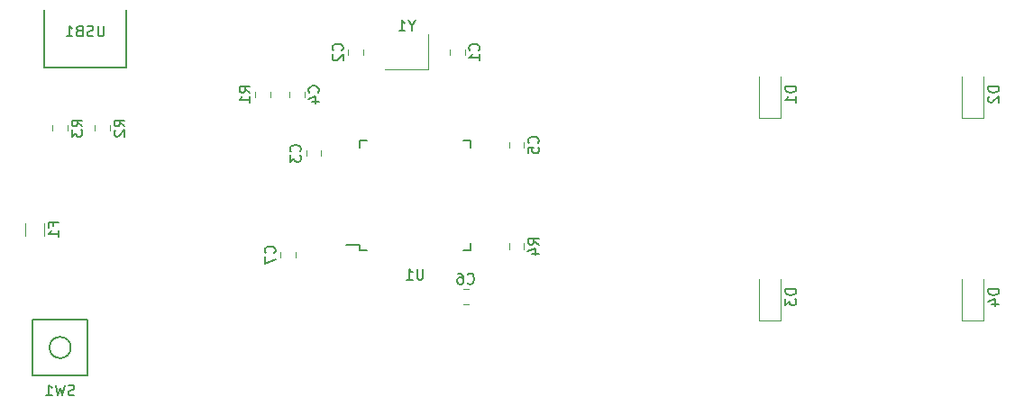
<source format=gbr>
G04 #@! TF.GenerationSoftware,KiCad,Pcbnew,(5.1.4-0-10_14)*
G04 #@! TF.CreationDate,2020-08-22T16:13:25+02:00*
G04 #@! TF.ProjectId,keyboard-pcb-tutorial,6b657962-6f61-4726-942d-7063622d7475,rev?*
G04 #@! TF.SameCoordinates,Original*
G04 #@! TF.FileFunction,Legend,Bot*
G04 #@! TF.FilePolarity,Positive*
%FSLAX46Y46*%
G04 Gerber Fmt 4.6, Leading zero omitted, Abs format (unit mm)*
G04 Created by KiCad (PCBNEW (5.1.4-0-10_14)) date 2020-08-22 16:13:25*
%MOMM*%
%LPD*%
G04 APERTURE LIST*
%ADD10C,0.120000*%
%ADD11C,0.150000*%
G04 APERTURE END LIST*
D10*
X175831250Y-134206250D02*
X171831250Y-134206250D01*
X175831250Y-130906250D02*
X175831250Y-134206250D01*
D11*
X139818750Y-128587500D02*
X139818750Y-134037500D01*
X147518750Y-128587500D02*
X147518750Y-134037500D01*
X139818750Y-134037500D02*
X147518750Y-134037500D01*
X169450000Y-150650000D02*
X168175000Y-150650000D01*
X179800000Y-151225000D02*
X179125000Y-151225000D01*
X179800000Y-140875000D02*
X179125000Y-140875000D01*
X169450000Y-140875000D02*
X170125000Y-140875000D01*
X169450000Y-151225000D02*
X170125000Y-151225000D01*
X169450000Y-140875000D02*
X169450000Y-141550000D01*
X179800000Y-140875000D02*
X179800000Y-141550000D01*
X179800000Y-151225000D02*
X179800000Y-150550000D01*
X169450000Y-151225000D02*
X169450000Y-150650000D01*
X143887500Y-157737500D02*
X138687500Y-157737500D01*
X138687500Y-157737500D02*
X138687500Y-162937500D01*
X138687500Y-162937500D02*
X143887500Y-162937500D01*
X143887500Y-162937500D02*
X143887500Y-157737500D01*
X142287500Y-160337500D02*
G75*
G03X142287500Y-160337500I-1000000J0D01*
G01*
D10*
X183440000Y-151071078D02*
X183440000Y-150553922D01*
X184860000Y-151071078D02*
X184860000Y-150553922D01*
X140577500Y-139958578D02*
X140577500Y-139441422D01*
X141997500Y-139958578D02*
X141997500Y-139441422D01*
X144546250Y-139958578D02*
X144546250Y-139441422D01*
X145966250Y-139958578D02*
X145966250Y-139441422D01*
X161047500Y-136266422D02*
X161047500Y-136783578D01*
X159627500Y-136266422D02*
X159627500Y-136783578D01*
X137996250Y-149827064D02*
X137996250Y-148622936D01*
X139816250Y-149827064D02*
X139816250Y-148622936D01*
X228012500Y-157825000D02*
X228012500Y-153925000D01*
X226012500Y-157825000D02*
X226012500Y-153925000D01*
X228012500Y-157825000D02*
X226012500Y-157825000D01*
X208962500Y-157825000D02*
X208962500Y-153925000D01*
X206962500Y-157825000D02*
X206962500Y-153925000D01*
X208962500Y-157825000D02*
X206962500Y-157825000D01*
X228012500Y-138775000D02*
X228012500Y-134875000D01*
X226012500Y-138775000D02*
X226012500Y-134875000D01*
X228012500Y-138775000D02*
X226012500Y-138775000D01*
X208962500Y-138775000D02*
X208962500Y-134875000D01*
X206962500Y-138775000D02*
X206962500Y-134875000D01*
X208962500Y-138775000D02*
X206962500Y-138775000D01*
X163428750Y-151347672D02*
X163428750Y-151864828D01*
X162008750Y-151347672D02*
X162008750Y-151864828D01*
X179646078Y-156285000D02*
X179128922Y-156285000D01*
X179646078Y-154865000D02*
X179128922Y-154865000D01*
X183440000Y-141546078D02*
X183440000Y-141028922D01*
X184860000Y-141546078D02*
X184860000Y-141028922D01*
X162802500Y-136783578D02*
X162802500Y-136266422D01*
X164222500Y-136783578D02*
X164222500Y-136266422D01*
X165810000Y-141822672D02*
X165810000Y-142339828D01*
X164390000Y-141822672D02*
X164390000Y-142339828D01*
X169778750Y-132297672D02*
X169778750Y-132814828D01*
X168358750Y-132297672D02*
X168358750Y-132814828D01*
X177883750Y-132814828D02*
X177883750Y-132297672D01*
X179303750Y-132814828D02*
X179303750Y-132297672D01*
D11*
X174307440Y-130082440D02*
X174307440Y-130558630D01*
X174640773Y-129558630D02*
X174307440Y-130082440D01*
X173974107Y-129558630D01*
X173116964Y-130558630D02*
X173688392Y-130558630D01*
X173402678Y-130558630D02*
X173402678Y-129558630D01*
X173497916Y-129701488D01*
X173593154Y-129796726D01*
X173688392Y-129844345D01*
X145406845Y-130071880D02*
X145406845Y-130881404D01*
X145359226Y-130976642D01*
X145311607Y-131024261D01*
X145216369Y-131071880D01*
X145025892Y-131071880D01*
X144930654Y-131024261D01*
X144883035Y-130976642D01*
X144835416Y-130881404D01*
X144835416Y-130071880D01*
X144406845Y-131024261D02*
X144263988Y-131071880D01*
X144025892Y-131071880D01*
X143930654Y-131024261D01*
X143883035Y-130976642D01*
X143835416Y-130881404D01*
X143835416Y-130786166D01*
X143883035Y-130690928D01*
X143930654Y-130643309D01*
X144025892Y-130595690D01*
X144216369Y-130548071D01*
X144311607Y-130500452D01*
X144359226Y-130452833D01*
X144406845Y-130357595D01*
X144406845Y-130262357D01*
X144359226Y-130167119D01*
X144311607Y-130119500D01*
X144216369Y-130071880D01*
X143978273Y-130071880D01*
X143835416Y-130119500D01*
X143073511Y-130548071D02*
X142930654Y-130595690D01*
X142883035Y-130643309D01*
X142835416Y-130738547D01*
X142835416Y-130881404D01*
X142883035Y-130976642D01*
X142930654Y-131024261D01*
X143025892Y-131071880D01*
X143406845Y-131071880D01*
X143406845Y-130071880D01*
X143073511Y-130071880D01*
X142978273Y-130119500D01*
X142930654Y-130167119D01*
X142883035Y-130262357D01*
X142883035Y-130357595D01*
X142930654Y-130452833D01*
X142978273Y-130500452D01*
X143073511Y-130548071D01*
X143406845Y-130548071D01*
X141883035Y-131071880D02*
X142454464Y-131071880D01*
X142168750Y-131071880D02*
X142168750Y-130071880D01*
X142263988Y-130214738D01*
X142359226Y-130309976D01*
X142454464Y-130357595D01*
X175386904Y-152952380D02*
X175386904Y-153761904D01*
X175339285Y-153857142D01*
X175291666Y-153904761D01*
X175196428Y-153952380D01*
X175005952Y-153952380D01*
X174910714Y-153904761D01*
X174863095Y-153857142D01*
X174815476Y-153761904D01*
X174815476Y-152952380D01*
X173815476Y-153952380D02*
X174386904Y-153952380D01*
X174101190Y-153952380D02*
X174101190Y-152952380D01*
X174196428Y-153095238D01*
X174291666Y-153190476D01*
X174386904Y-153238095D01*
X142620833Y-164806261D02*
X142477976Y-164853880D01*
X142239880Y-164853880D01*
X142144642Y-164806261D01*
X142097023Y-164758642D01*
X142049404Y-164663404D01*
X142049404Y-164568166D01*
X142097023Y-164472928D01*
X142144642Y-164425309D01*
X142239880Y-164377690D01*
X142430357Y-164330071D01*
X142525595Y-164282452D01*
X142573214Y-164234833D01*
X142620833Y-164139595D01*
X142620833Y-164044357D01*
X142573214Y-163949119D01*
X142525595Y-163901500D01*
X142430357Y-163853880D01*
X142192261Y-163853880D01*
X142049404Y-163901500D01*
X141716071Y-163853880D02*
X141477976Y-164853880D01*
X141287500Y-164139595D01*
X141097023Y-164853880D01*
X140858928Y-163853880D01*
X139954166Y-164853880D02*
X140525595Y-164853880D01*
X140239880Y-164853880D02*
X140239880Y-163853880D01*
X140335119Y-163996738D01*
X140430357Y-164091976D01*
X140525595Y-164139595D01*
X186252380Y-150645833D02*
X185776190Y-150312500D01*
X186252380Y-150074404D02*
X185252380Y-150074404D01*
X185252380Y-150455357D01*
X185300000Y-150550595D01*
X185347619Y-150598214D01*
X185442857Y-150645833D01*
X185585714Y-150645833D01*
X185680952Y-150598214D01*
X185728571Y-150550595D01*
X185776190Y-150455357D01*
X185776190Y-150074404D01*
X185585714Y-151502976D02*
X186252380Y-151502976D01*
X185204761Y-151264880D02*
X185919047Y-151026785D01*
X185919047Y-151645833D01*
X143389880Y-139533333D02*
X142913690Y-139200000D01*
X143389880Y-138961904D02*
X142389880Y-138961904D01*
X142389880Y-139342857D01*
X142437500Y-139438095D01*
X142485119Y-139485714D01*
X142580357Y-139533333D01*
X142723214Y-139533333D01*
X142818452Y-139485714D01*
X142866071Y-139438095D01*
X142913690Y-139342857D01*
X142913690Y-138961904D01*
X142389880Y-139866666D02*
X142389880Y-140485714D01*
X142770833Y-140152380D01*
X142770833Y-140295238D01*
X142818452Y-140390476D01*
X142866071Y-140438095D01*
X142961309Y-140485714D01*
X143199404Y-140485714D01*
X143294642Y-140438095D01*
X143342261Y-140390476D01*
X143389880Y-140295238D01*
X143389880Y-140009523D01*
X143342261Y-139914285D01*
X143294642Y-139866666D01*
X147358630Y-139533333D02*
X146882440Y-139200000D01*
X147358630Y-138961904D02*
X146358630Y-138961904D01*
X146358630Y-139342857D01*
X146406250Y-139438095D01*
X146453869Y-139485714D01*
X146549107Y-139533333D01*
X146691964Y-139533333D01*
X146787202Y-139485714D01*
X146834821Y-139438095D01*
X146882440Y-139342857D01*
X146882440Y-138961904D01*
X146453869Y-139914285D02*
X146406250Y-139961904D01*
X146358630Y-140057142D01*
X146358630Y-140295238D01*
X146406250Y-140390476D01*
X146453869Y-140438095D01*
X146549107Y-140485714D01*
X146644345Y-140485714D01*
X146787202Y-140438095D01*
X147358630Y-139866666D01*
X147358630Y-140485714D01*
X159139880Y-136358333D02*
X158663690Y-136025000D01*
X159139880Y-135786904D02*
X158139880Y-135786904D01*
X158139880Y-136167857D01*
X158187500Y-136263095D01*
X158235119Y-136310714D01*
X158330357Y-136358333D01*
X158473214Y-136358333D01*
X158568452Y-136310714D01*
X158616071Y-136263095D01*
X158663690Y-136167857D01*
X158663690Y-135786904D01*
X159139880Y-137310714D02*
X159139880Y-136739285D01*
X159139880Y-137025000D02*
X158139880Y-137025000D01*
X158282738Y-136929761D01*
X158377976Y-136834523D01*
X158425595Y-136739285D01*
X140654821Y-148891666D02*
X140654821Y-148558333D01*
X141178630Y-148558333D02*
X140178630Y-148558333D01*
X140178630Y-149034523D01*
X141178630Y-149939285D02*
X141178630Y-149367857D01*
X141178630Y-149653571D02*
X140178630Y-149653571D01*
X140321488Y-149558333D01*
X140416726Y-149463095D01*
X140464345Y-149367857D01*
X229464880Y-154836904D02*
X228464880Y-154836904D01*
X228464880Y-155075000D01*
X228512500Y-155217857D01*
X228607738Y-155313095D01*
X228702976Y-155360714D01*
X228893452Y-155408333D01*
X229036309Y-155408333D01*
X229226785Y-155360714D01*
X229322023Y-155313095D01*
X229417261Y-155217857D01*
X229464880Y-155075000D01*
X229464880Y-154836904D01*
X228798214Y-156265476D02*
X229464880Y-156265476D01*
X228417261Y-156027380D02*
X229131547Y-155789285D01*
X229131547Y-156408333D01*
X210414880Y-154836904D02*
X209414880Y-154836904D01*
X209414880Y-155075000D01*
X209462500Y-155217857D01*
X209557738Y-155313095D01*
X209652976Y-155360714D01*
X209843452Y-155408333D01*
X209986309Y-155408333D01*
X210176785Y-155360714D01*
X210272023Y-155313095D01*
X210367261Y-155217857D01*
X210414880Y-155075000D01*
X210414880Y-154836904D01*
X209414880Y-155741666D02*
X209414880Y-156360714D01*
X209795833Y-156027380D01*
X209795833Y-156170238D01*
X209843452Y-156265476D01*
X209891071Y-156313095D01*
X209986309Y-156360714D01*
X210224404Y-156360714D01*
X210319642Y-156313095D01*
X210367261Y-156265476D01*
X210414880Y-156170238D01*
X210414880Y-155884523D01*
X210367261Y-155789285D01*
X210319642Y-155741666D01*
X229464880Y-135786904D02*
X228464880Y-135786904D01*
X228464880Y-136025000D01*
X228512500Y-136167857D01*
X228607738Y-136263095D01*
X228702976Y-136310714D01*
X228893452Y-136358333D01*
X229036309Y-136358333D01*
X229226785Y-136310714D01*
X229322023Y-136263095D01*
X229417261Y-136167857D01*
X229464880Y-136025000D01*
X229464880Y-135786904D01*
X228560119Y-136739285D02*
X228512500Y-136786904D01*
X228464880Y-136882142D01*
X228464880Y-137120238D01*
X228512500Y-137215476D01*
X228560119Y-137263095D01*
X228655357Y-137310714D01*
X228750595Y-137310714D01*
X228893452Y-137263095D01*
X229464880Y-136691666D01*
X229464880Y-137310714D01*
X210414880Y-135786904D02*
X209414880Y-135786904D01*
X209414880Y-136025000D01*
X209462500Y-136167857D01*
X209557738Y-136263095D01*
X209652976Y-136310714D01*
X209843452Y-136358333D01*
X209986309Y-136358333D01*
X210176785Y-136310714D01*
X210272023Y-136263095D01*
X210367261Y-136167857D01*
X210414880Y-136025000D01*
X210414880Y-135786904D01*
X210414880Y-137310714D02*
X210414880Y-136739285D01*
X210414880Y-137025000D02*
X209414880Y-137025000D01*
X209557738Y-136929761D01*
X209652976Y-136834523D01*
X209700595Y-136739285D01*
X161425892Y-151439583D02*
X161473511Y-151391964D01*
X161521130Y-151249107D01*
X161521130Y-151153869D01*
X161473511Y-151011011D01*
X161378273Y-150915773D01*
X161283035Y-150868154D01*
X161092559Y-150820535D01*
X160949702Y-150820535D01*
X160759226Y-150868154D01*
X160663988Y-150915773D01*
X160568750Y-151011011D01*
X160521130Y-151153869D01*
X160521130Y-151249107D01*
X160568750Y-151391964D01*
X160616369Y-151439583D01*
X160521130Y-151772916D02*
X160521130Y-152439583D01*
X161521130Y-152011011D01*
X179554166Y-154282142D02*
X179601785Y-154329761D01*
X179744642Y-154377380D01*
X179839880Y-154377380D01*
X179982738Y-154329761D01*
X180077976Y-154234523D01*
X180125595Y-154139285D01*
X180173214Y-153948809D01*
X180173214Y-153805952D01*
X180125595Y-153615476D01*
X180077976Y-153520238D01*
X179982738Y-153425000D01*
X179839880Y-153377380D01*
X179744642Y-153377380D01*
X179601785Y-153425000D01*
X179554166Y-153472619D01*
X178697023Y-153377380D02*
X178887500Y-153377380D01*
X178982738Y-153425000D01*
X179030357Y-153472619D01*
X179125595Y-153615476D01*
X179173214Y-153805952D01*
X179173214Y-154186904D01*
X179125595Y-154282142D01*
X179077976Y-154329761D01*
X178982738Y-154377380D01*
X178792261Y-154377380D01*
X178697023Y-154329761D01*
X178649404Y-154282142D01*
X178601785Y-154186904D01*
X178601785Y-153948809D01*
X178649404Y-153853571D01*
X178697023Y-153805952D01*
X178792261Y-153758333D01*
X178982738Y-153758333D01*
X179077976Y-153805952D01*
X179125595Y-153853571D01*
X179173214Y-153948809D01*
X186157142Y-141120833D02*
X186204761Y-141073214D01*
X186252380Y-140930357D01*
X186252380Y-140835119D01*
X186204761Y-140692261D01*
X186109523Y-140597023D01*
X186014285Y-140549404D01*
X185823809Y-140501785D01*
X185680952Y-140501785D01*
X185490476Y-140549404D01*
X185395238Y-140597023D01*
X185300000Y-140692261D01*
X185252380Y-140835119D01*
X185252380Y-140930357D01*
X185300000Y-141073214D01*
X185347619Y-141120833D01*
X185252380Y-142025595D02*
X185252380Y-141549404D01*
X185728571Y-141501785D01*
X185680952Y-141549404D01*
X185633333Y-141644642D01*
X185633333Y-141882738D01*
X185680952Y-141977976D01*
X185728571Y-142025595D01*
X185823809Y-142073214D01*
X186061904Y-142073214D01*
X186157142Y-142025595D01*
X186204761Y-141977976D01*
X186252380Y-141882738D01*
X186252380Y-141644642D01*
X186204761Y-141549404D01*
X186157142Y-141501785D01*
X165519642Y-136358333D02*
X165567261Y-136310714D01*
X165614880Y-136167857D01*
X165614880Y-136072619D01*
X165567261Y-135929761D01*
X165472023Y-135834523D01*
X165376785Y-135786904D01*
X165186309Y-135739285D01*
X165043452Y-135739285D01*
X164852976Y-135786904D01*
X164757738Y-135834523D01*
X164662500Y-135929761D01*
X164614880Y-136072619D01*
X164614880Y-136167857D01*
X164662500Y-136310714D01*
X164710119Y-136358333D01*
X164948214Y-137215476D02*
X165614880Y-137215476D01*
X164567261Y-136977380D02*
X165281547Y-136739285D01*
X165281547Y-137358333D01*
X163807142Y-141914583D02*
X163854761Y-141866964D01*
X163902380Y-141724107D01*
X163902380Y-141628869D01*
X163854761Y-141486011D01*
X163759523Y-141390773D01*
X163664285Y-141343154D01*
X163473809Y-141295535D01*
X163330952Y-141295535D01*
X163140476Y-141343154D01*
X163045238Y-141390773D01*
X162950000Y-141486011D01*
X162902380Y-141628869D01*
X162902380Y-141724107D01*
X162950000Y-141866964D01*
X162997619Y-141914583D01*
X162902380Y-142247916D02*
X162902380Y-142866964D01*
X163283333Y-142533630D01*
X163283333Y-142676488D01*
X163330952Y-142771726D01*
X163378571Y-142819345D01*
X163473809Y-142866964D01*
X163711904Y-142866964D01*
X163807142Y-142819345D01*
X163854761Y-142771726D01*
X163902380Y-142676488D01*
X163902380Y-142390773D01*
X163854761Y-142295535D01*
X163807142Y-142247916D01*
X167775892Y-132389583D02*
X167823511Y-132341964D01*
X167871130Y-132199107D01*
X167871130Y-132103869D01*
X167823511Y-131961011D01*
X167728273Y-131865773D01*
X167633035Y-131818154D01*
X167442559Y-131770535D01*
X167299702Y-131770535D01*
X167109226Y-131818154D01*
X167013988Y-131865773D01*
X166918750Y-131961011D01*
X166871130Y-132103869D01*
X166871130Y-132199107D01*
X166918750Y-132341964D01*
X166966369Y-132389583D01*
X166966369Y-132770535D02*
X166918750Y-132818154D01*
X166871130Y-132913392D01*
X166871130Y-133151488D01*
X166918750Y-133246726D01*
X166966369Y-133294345D01*
X167061607Y-133341964D01*
X167156845Y-133341964D01*
X167299702Y-133294345D01*
X167871130Y-132722916D01*
X167871130Y-133341964D01*
X180600892Y-132389583D02*
X180648511Y-132341964D01*
X180696130Y-132199107D01*
X180696130Y-132103869D01*
X180648511Y-131961011D01*
X180553273Y-131865773D01*
X180458035Y-131818154D01*
X180267559Y-131770535D01*
X180124702Y-131770535D01*
X179934226Y-131818154D01*
X179838988Y-131865773D01*
X179743750Y-131961011D01*
X179696130Y-132103869D01*
X179696130Y-132199107D01*
X179743750Y-132341964D01*
X179791369Y-132389583D01*
X180696130Y-133341964D02*
X180696130Y-132770535D01*
X180696130Y-133056250D02*
X179696130Y-133056250D01*
X179838988Y-132961011D01*
X179934226Y-132865773D01*
X179981845Y-132770535D01*
M02*

</source>
